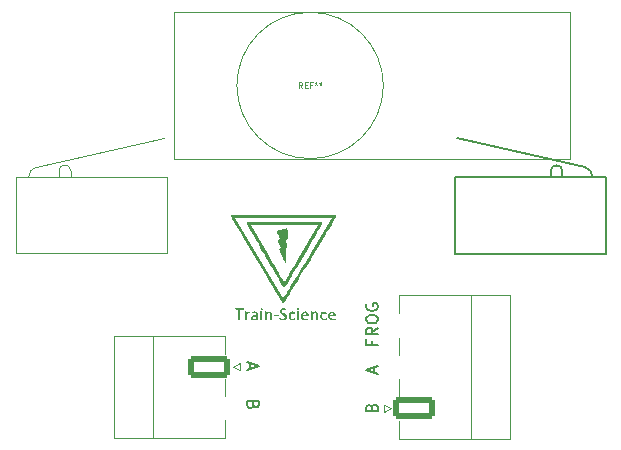
<source format=gbr>
%TF.GenerationSoftware,KiCad,Pcbnew,8.0.2*%
%TF.CreationDate,2024-09-14T16:24:21+02:00*%
%TF.ProjectId,servoFrogSwitches,73657276-6f46-4726-9f67-537769746368,rev?*%
%TF.SameCoordinates,Original*%
%TF.FileFunction,Legend,Top*%
%TF.FilePolarity,Positive*%
%FSLAX46Y46*%
G04 Gerber Fmt 4.6, Leading zero omitted, Abs format (unit mm)*
G04 Created by KiCad (PCBNEW 8.0.2) date 2024-09-14 16:24:21*
%MOMM*%
%LPD*%
G01*
G04 APERTURE LIST*
G04 Aperture macros list*
%AMRoundRect*
0 Rectangle with rounded corners*
0 $1 Rounding radius*
0 $2 $3 $4 $5 $6 $7 $8 $9 X,Y pos of 4 corners*
0 Add a 4 corners polygon primitive as box body*
4,1,4,$2,$3,$4,$5,$6,$7,$8,$9,$2,$3,0*
0 Add four circle primitives for the rounded corners*
1,1,$1+$1,$2,$3*
1,1,$1+$1,$4,$5*
1,1,$1+$1,$6,$7*
1,1,$1+$1,$8,$9*
0 Add four rect primitives between the rounded corners*
20,1,$1+$1,$2,$3,$4,$5,0*
20,1,$1+$1,$4,$5,$6,$7,0*
20,1,$1+$1,$6,$7,$8,$9,0*
20,1,$1+$1,$8,$9,$2,$3,0*%
G04 Aperture macros list end*
%ADD10C,0.150000*%
%ADD11C,0.075000*%
%ADD12C,0.120000*%
%ADD13C,0.000000*%
%ADD14RoundRect,0.250000X1.550000X-0.650000X1.550000X0.650000X-1.550000X0.650000X-1.550000X-0.650000X0*%
%ADD15O,3.600000X1.800000*%
%ADD16C,3.200000*%
%ADD17C,1.524000*%
%ADD18RoundRect,0.250000X-1.550000X0.650000X-1.550000X-0.650000X1.550000X-0.650000X1.550000X0.650000X0*%
G04 APERTURE END LIST*
D10*
X149040099Y-79250099D02*
X149040000Y-79740000D01*
X139910000Y-79740000D02*
X152710000Y-79740000D01*
X152710000Y-86240000D01*
X139910000Y-86240000D01*
X139910000Y-79740000D01*
X148039901Y-79250099D02*
G75*
G02*
X149040099Y-79250099I500099J0D01*
G01*
X150967619Y-78923830D02*
G75*
G02*
X151579998Y-79730000I-237619J-816170D01*
G01*
X148039901Y-79250099D02*
X148040000Y-79740000D01*
X150967619Y-78923829D02*
X140120000Y-76450000D01*
X132887009Y-99270887D02*
X132934628Y-99128030D01*
X132934628Y-99128030D02*
X132982247Y-99080411D01*
X132982247Y-99080411D02*
X133077485Y-99032792D01*
X133077485Y-99032792D02*
X133220342Y-99032792D01*
X133220342Y-99032792D02*
X133315580Y-99080411D01*
X133315580Y-99080411D02*
X133363200Y-99128030D01*
X133363200Y-99128030D02*
X133410819Y-99223268D01*
X133410819Y-99223268D02*
X133410819Y-99604220D01*
X133410819Y-99604220D02*
X132410819Y-99604220D01*
X132410819Y-99604220D02*
X132410819Y-99270887D01*
X132410819Y-99270887D02*
X132458438Y-99175649D01*
X132458438Y-99175649D02*
X132506057Y-99128030D01*
X132506057Y-99128030D02*
X132601295Y-99080411D01*
X132601295Y-99080411D02*
X132696533Y-99080411D01*
X132696533Y-99080411D02*
X132791771Y-99128030D01*
X132791771Y-99128030D02*
X132839390Y-99175649D01*
X132839390Y-99175649D02*
X132887009Y-99270887D01*
X132887009Y-99270887D02*
X132887009Y-99604220D01*
X133125104Y-96366124D02*
X133125104Y-95889934D01*
X133410819Y-96461362D02*
X132410819Y-96128029D01*
X132410819Y-96128029D02*
X133410819Y-95794696D01*
X132887009Y-93604219D02*
X132887009Y-93937552D01*
X133410819Y-93937552D02*
X132410819Y-93937552D01*
X132410819Y-93937552D02*
X132410819Y-93461362D01*
X133410819Y-92508981D02*
X132934628Y-92842314D01*
X133410819Y-93080409D02*
X132410819Y-93080409D01*
X132410819Y-93080409D02*
X132410819Y-92699457D01*
X132410819Y-92699457D02*
X132458438Y-92604219D01*
X132458438Y-92604219D02*
X132506057Y-92556600D01*
X132506057Y-92556600D02*
X132601295Y-92508981D01*
X132601295Y-92508981D02*
X132744152Y-92508981D01*
X132744152Y-92508981D02*
X132839390Y-92556600D01*
X132839390Y-92556600D02*
X132887009Y-92604219D01*
X132887009Y-92604219D02*
X132934628Y-92699457D01*
X132934628Y-92699457D02*
X132934628Y-93080409D01*
X132410819Y-91889933D02*
X132410819Y-91699457D01*
X132410819Y-91699457D02*
X132458438Y-91604219D01*
X132458438Y-91604219D02*
X132553676Y-91508981D01*
X132553676Y-91508981D02*
X132744152Y-91461362D01*
X132744152Y-91461362D02*
X133077485Y-91461362D01*
X133077485Y-91461362D02*
X133267961Y-91508981D01*
X133267961Y-91508981D02*
X133363200Y-91604219D01*
X133363200Y-91604219D02*
X133410819Y-91699457D01*
X133410819Y-91699457D02*
X133410819Y-91889933D01*
X133410819Y-91889933D02*
X133363200Y-91985171D01*
X133363200Y-91985171D02*
X133267961Y-92080409D01*
X133267961Y-92080409D02*
X133077485Y-92128028D01*
X133077485Y-92128028D02*
X132744152Y-92128028D01*
X132744152Y-92128028D02*
X132553676Y-92080409D01*
X132553676Y-92080409D02*
X132458438Y-91985171D01*
X132458438Y-91985171D02*
X132410819Y-91889933D01*
X132458438Y-90508981D02*
X132410819Y-90604219D01*
X132410819Y-90604219D02*
X132410819Y-90747076D01*
X132410819Y-90747076D02*
X132458438Y-90889933D01*
X132458438Y-90889933D02*
X132553676Y-90985171D01*
X132553676Y-90985171D02*
X132648914Y-91032790D01*
X132648914Y-91032790D02*
X132839390Y-91080409D01*
X132839390Y-91080409D02*
X132982247Y-91080409D01*
X132982247Y-91080409D02*
X133172723Y-91032790D01*
X133172723Y-91032790D02*
X133267961Y-90985171D01*
X133267961Y-90985171D02*
X133363200Y-90889933D01*
X133363200Y-90889933D02*
X133410819Y-90747076D01*
X133410819Y-90747076D02*
X133410819Y-90651838D01*
X133410819Y-90651838D02*
X133363200Y-90508981D01*
X133363200Y-90508981D02*
X133315580Y-90461362D01*
X133315580Y-90461362D02*
X132982247Y-90461362D01*
X132982247Y-90461362D02*
X132982247Y-90651838D01*
X122619895Y-95520047D02*
X122619895Y-95996237D01*
X122334180Y-95424809D02*
X123334180Y-95758142D01*
X123334180Y-95758142D02*
X122334180Y-96091475D01*
X122857990Y-99043857D02*
X122810371Y-99186714D01*
X122810371Y-99186714D02*
X122762752Y-99234333D01*
X122762752Y-99234333D02*
X122667514Y-99281952D01*
X122667514Y-99281952D02*
X122524657Y-99281952D01*
X122524657Y-99281952D02*
X122429419Y-99234333D01*
X122429419Y-99234333D02*
X122381800Y-99186714D01*
X122381800Y-99186714D02*
X122334180Y-99091476D01*
X122334180Y-99091476D02*
X122334180Y-98710524D01*
X122334180Y-98710524D02*
X123334180Y-98710524D01*
X123334180Y-98710524D02*
X123334180Y-99043857D01*
X123334180Y-99043857D02*
X123286561Y-99139095D01*
X123286561Y-99139095D02*
X123238942Y-99186714D01*
X123238942Y-99186714D02*
X123143704Y-99234333D01*
X123143704Y-99234333D02*
X123048466Y-99234333D01*
X123048466Y-99234333D02*
X122953228Y-99186714D01*
X122953228Y-99186714D02*
X122905609Y-99139095D01*
X122905609Y-99139095D02*
X122857990Y-99043857D01*
X122857990Y-99043857D02*
X122857990Y-98710524D01*
D11*
X127007333Y-72227409D02*
X126840667Y-71989314D01*
X126721619Y-72227409D02*
X126721619Y-71727409D01*
X126721619Y-71727409D02*
X126912095Y-71727409D01*
X126912095Y-71727409D02*
X126959714Y-71751219D01*
X126959714Y-71751219D02*
X126983524Y-71775028D01*
X126983524Y-71775028D02*
X127007333Y-71822647D01*
X127007333Y-71822647D02*
X127007333Y-71894076D01*
X127007333Y-71894076D02*
X126983524Y-71941695D01*
X126983524Y-71941695D02*
X126959714Y-71965504D01*
X126959714Y-71965504D02*
X126912095Y-71989314D01*
X126912095Y-71989314D02*
X126721619Y-71989314D01*
X127221619Y-71965504D02*
X127388286Y-71965504D01*
X127459714Y-72227409D02*
X127221619Y-72227409D01*
X127221619Y-72227409D02*
X127221619Y-71727409D01*
X127221619Y-71727409D02*
X127459714Y-71727409D01*
X127840667Y-71965504D02*
X127674000Y-71965504D01*
X127674000Y-72227409D02*
X127674000Y-71727409D01*
X127674000Y-71727409D02*
X127912095Y-71727409D01*
X128174000Y-71727409D02*
X128174000Y-71846457D01*
X128054952Y-71798838D02*
X128174000Y-71846457D01*
X128174000Y-71846457D02*
X128293047Y-71798838D01*
X128102571Y-71941695D02*
X128174000Y-71846457D01*
X128174000Y-71846457D02*
X128245428Y-71941695D01*
X128554952Y-71727409D02*
X128554952Y-71846457D01*
X128435904Y-71798838D02*
X128554952Y-71846457D01*
X128554952Y-71846457D02*
X128673999Y-71798838D01*
X128483523Y-71941695D02*
X128554952Y-71846457D01*
X128554952Y-71846457D02*
X128626380Y-71941695D01*
D12*
%TO.C,J1*%
X135190000Y-101898000D02*
X144610000Y-101898000D01*
X135190000Y-101898000D02*
X135190000Y-100388000D01*
X141300000Y-101898000D02*
X141300000Y-89778000D01*
X144610000Y-101898000D02*
X144610000Y-89778000D01*
X133900000Y-99638000D02*
X133900000Y-99038000D01*
X134500000Y-99338000D02*
X133900000Y-99638000D01*
X133900000Y-99038000D02*
X134500000Y-99338000D01*
X135190000Y-98288000D02*
X135190000Y-96888000D01*
X135190000Y-94788000D02*
X135190000Y-93388000D01*
X135190000Y-89778000D02*
X135190000Y-91288000D01*
X144610000Y-89778000D02*
X135190000Y-89778000D01*
%TO.C,REF\u002A\u002A*%
X149674000Y-65750000D02*
X116174000Y-65750000D01*
X116174000Y-78250000D01*
X149674000Y-78250000D01*
X149674000Y-65750000D01*
X133872387Y-72000000D02*
G75*
G02*
X121475613Y-72000000I-6198387J0D01*
G01*
X121475613Y-72000000D02*
G75*
G02*
X133872387Y-72000000I6198387J0D01*
G01*
%TO.C,SW502*%
X106401901Y-79230099D02*
X106402000Y-79720000D01*
X107402099Y-79230099D02*
X107402000Y-79720000D01*
X115322000Y-76430000D02*
X104474381Y-78903829D01*
X115532000Y-86220000D02*
X102732000Y-86220000D01*
X102732000Y-79720000D01*
X115532000Y-79720000D01*
X115532000Y-86220000D01*
X103862001Y-79710000D02*
G75*
G02*
X104474381Y-78903829I849999J-10000D01*
G01*
X106401901Y-79230099D02*
G75*
G02*
X107402099Y-79230099I500099J0D01*
G01*
%TO.C,J2*%
X120466000Y-93246000D02*
X111046000Y-93246000D01*
X120466000Y-93246000D02*
X120466000Y-94756000D01*
X114356000Y-93246000D02*
X114356000Y-101866000D01*
X111046000Y-93246000D02*
X111046000Y-101866000D01*
X121756000Y-95506000D02*
X121756000Y-96106000D01*
X121156000Y-95806000D02*
X121756000Y-95506000D01*
X121756000Y-96106000D02*
X121156000Y-95806000D01*
X120466000Y-96856000D02*
X120466000Y-98256000D01*
X120466000Y-101866000D02*
X120466000Y-100356000D01*
X111046000Y-101866000D02*
X120466000Y-101866000D01*
D13*
%TO.C,G\u002A\u002A\u002A*%
G36*
X123632826Y-91878200D02*
G01*
X123471863Y-91878200D01*
X123471863Y-91137769D01*
X123632826Y-91137769D01*
X123632826Y-91878200D01*
G37*
G36*
X126723321Y-91878200D02*
G01*
X126562357Y-91878200D01*
X126562357Y-91137769D01*
X126723321Y-91137769D01*
X126723321Y-91878200D01*
G37*
G36*
X123620949Y-90865565D02*
G01*
X123644930Y-90897528D01*
X123651043Y-90967248D01*
X123602503Y-91003300D01*
X123548206Y-91008999D01*
X123488960Y-90997959D01*
X123475792Y-90953786D01*
X123477672Y-90936565D01*
X123508943Y-90878361D01*
X123565189Y-90852714D01*
X123620949Y-90865565D01*
G37*
G36*
X126711443Y-90865565D02*
G01*
X126735424Y-90897528D01*
X126741537Y-90967248D01*
X126692998Y-91003300D01*
X126638700Y-91008999D01*
X126579454Y-90997959D01*
X126566286Y-90953786D01*
X126568167Y-90936565D01*
X126599438Y-90878361D01*
X126655683Y-90852714D01*
X126711443Y-90865565D01*
G37*
G36*
X124887263Y-91400600D02*
G01*
X124966717Y-91422266D01*
X125009287Y-91461014D01*
X125011155Y-91467744D01*
X125009049Y-91498166D01*
X124979547Y-91515260D01*
X124909649Y-91522672D01*
X124810219Y-91524081D01*
X124691732Y-91520841D01*
X124625621Y-91509353D01*
X124600117Y-91486965D01*
X124598606Y-91476406D01*
X124626597Y-91433919D01*
X124697303Y-91406845D01*
X124790825Y-91395599D01*
X124887263Y-91400600D01*
G37*
G36*
X121830368Y-90848660D02*
G01*
X121940278Y-90851709D01*
X122007082Y-90858945D01*
X122041418Y-90872129D01*
X122053924Y-90893024D01*
X122055387Y-90912421D01*
X122045908Y-90952657D01*
X122006549Y-90971683D01*
X121920927Y-90976782D01*
X121910520Y-90976806D01*
X121765653Y-90976806D01*
X121765653Y-91878200D01*
X121604690Y-91878200D01*
X121604690Y-90980334D01*
X121452064Y-90970522D01*
X121351474Y-90957408D01*
X121301077Y-90931105D01*
X121288740Y-90904373D01*
X121289601Y-90880588D01*
X121309665Y-90864589D01*
X121359099Y-90854863D01*
X121448072Y-90849892D01*
X121586750Y-90848161D01*
X121666714Y-90848036D01*
X121830368Y-90848660D01*
G37*
G36*
X122292940Y-91149174D02*
G01*
X122312928Y-91171095D01*
X122332634Y-91187977D01*
X122375197Y-91171095D01*
X122467524Y-91139196D01*
X122547033Y-91141074D01*
X122595621Y-91174259D01*
X122602662Y-91202155D01*
X122587127Y-91249633D01*
X122529717Y-91266013D01*
X122507909Y-91266540D01*
X122419830Y-91284752D01*
X122360305Y-91343818D01*
X122325900Y-91450385D01*
X122313180Y-91611100D01*
X122312928Y-91643919D01*
X122311849Y-91764488D01*
X122305462Y-91834440D01*
X122289037Y-91867539D01*
X122257846Y-91877549D01*
X122232446Y-91878200D01*
X122151965Y-91878200D01*
X122151965Y-91137769D01*
X122232446Y-91137769D01*
X122292940Y-91149174D01*
G37*
G36*
X128956146Y-91154371D02*
G01*
X129043105Y-91197368D01*
X129092791Y-91256548D01*
X129094178Y-91314197D01*
X129072895Y-91352981D01*
X129042199Y-91343557D01*
X129013841Y-91319211D01*
X128924501Y-91274500D01*
X128822943Y-91273442D01*
X128738538Y-91316260D01*
X128737661Y-91317129D01*
X128701357Y-91390078D01*
X128687495Y-91494878D01*
X128696074Y-91603032D01*
X128727095Y-91686043D01*
X128737661Y-91698841D01*
X128821639Y-91742246D01*
X128923161Y-91741772D01*
X129012857Y-91697642D01*
X129013841Y-91696759D01*
X129059116Y-91662129D01*
X129082547Y-91674932D01*
X129094178Y-91701773D01*
X129089623Y-91767108D01*
X129034669Y-91824764D01*
X128943265Y-91864981D01*
X128841993Y-91878200D01*
X128736930Y-91864144D01*
X128650524Y-91812169D01*
X128616435Y-91780323D01*
X128562270Y-91720957D01*
X128534760Y-91666703D01*
X128527277Y-91594215D01*
X128532787Y-91485733D01*
X128563239Y-91323108D01*
X128628926Y-91213042D01*
X128732557Y-91152527D01*
X128846264Y-91137769D01*
X128956146Y-91154371D01*
G37*
G36*
X126284156Y-91154371D02*
G01*
X126371115Y-91197368D01*
X126420801Y-91256548D01*
X126422188Y-91314197D01*
X126400905Y-91352981D01*
X126370209Y-91343557D01*
X126341851Y-91319211D01*
X126252511Y-91274500D01*
X126150954Y-91273442D01*
X126066548Y-91316260D01*
X126065671Y-91317129D01*
X126029974Y-91388454D01*
X126015171Y-91498249D01*
X126015082Y-91507985D01*
X126027932Y-91619813D01*
X126062192Y-91695116D01*
X126065671Y-91698841D01*
X126149649Y-91742246D01*
X126251171Y-91741772D01*
X126340868Y-91697642D01*
X126341851Y-91696759D01*
X126387126Y-91662129D01*
X126410558Y-91674932D01*
X126422188Y-91701773D01*
X126417633Y-91767108D01*
X126362679Y-91824764D01*
X126271275Y-91864981D01*
X126170003Y-91878200D01*
X126064940Y-91864144D01*
X125978534Y-91812169D01*
X125944446Y-91780323D01*
X125890280Y-91720957D01*
X125862770Y-91666703D01*
X125855287Y-91594215D01*
X125860798Y-91485733D01*
X125891249Y-91323108D01*
X125956936Y-91213042D01*
X126060567Y-91152527D01*
X126174274Y-91137769D01*
X126284156Y-91154371D01*
G37*
G36*
X123094680Y-91145768D02*
G01*
X123173475Y-91176130D01*
X123224703Y-91238404D01*
X123254811Y-91342138D01*
X123270250Y-91496881D01*
X123273561Y-91569661D01*
X123284512Y-91866149D01*
X123045680Y-91871021D01*
X122888945Y-91867821D01*
X122784663Y-91849617D01*
X122736948Y-91826932D01*
X122682003Y-91753657D01*
X122668200Y-91657537D01*
X122673421Y-91641434D01*
X122836629Y-91641434D01*
X122838822Y-91698977D01*
X122882789Y-91735887D01*
X122958413Y-91748708D01*
X123037093Y-91736034D01*
X123079113Y-91710799D01*
X123112337Y-91647033D01*
X123117744Y-91610009D01*
X123108887Y-91570273D01*
X123070601Y-91558870D01*
X122999800Y-91566989D01*
X122888387Y-91596669D01*
X122836629Y-91641434D01*
X122673421Y-91641434D01*
X122697590Y-91566887D01*
X122716422Y-91543690D01*
X122785085Y-91500608D01*
X122888947Y-91460717D01*
X122999152Y-91433723D01*
X123061407Y-91427683D01*
X123109270Y-91405832D01*
X123110829Y-91348663D01*
X123088221Y-91301951D01*
X123051550Y-91275964D01*
X122977753Y-91268689D01*
X122879462Y-91275480D01*
X122773069Y-91282973D01*
X122717254Y-91276184D01*
X122699425Y-91253278D01*
X122699240Y-91249250D01*
X122729277Y-91193209D01*
X122814367Y-91155257D01*
X122946977Y-91138364D01*
X122981868Y-91137769D01*
X123094680Y-91145768D01*
G37*
G36*
X125580450Y-90863771D02*
G01*
X125663476Y-90908240D01*
X125693154Y-90977335D01*
X125693156Y-90977939D01*
X125670182Y-91028914D01*
X125621334Y-91039789D01*
X125580482Y-91008999D01*
X125532611Y-90983439D01*
X125452637Y-90977888D01*
X125369134Y-90990818D01*
X125310675Y-91020703D01*
X125308126Y-91023550D01*
X125281960Y-91096183D01*
X125319034Y-91173245D01*
X125418456Y-91253443D01*
X125495972Y-91296699D01*
X125636108Y-91382305D01*
X125716714Y-91471193D01*
X125742490Y-91571135D01*
X125723825Y-91673564D01*
X125664082Y-91775535D01*
X125595495Y-91830471D01*
X125481557Y-91866535D01*
X125349005Y-91876193D01*
X125225638Y-91859597D01*
X125153044Y-91828086D01*
X125096370Y-91772052D01*
X125080688Y-91722510D01*
X125105892Y-91695068D01*
X125153929Y-91699064D01*
X125302936Y-91733359D01*
X125424991Y-91742002D01*
X125505829Y-91724264D01*
X125515788Y-91717493D01*
X125561853Y-91645370D01*
X125555341Y-91562595D01*
X125502818Y-91483964D01*
X125410849Y-91424271D01*
X125380917Y-91413566D01*
X125311908Y-91377866D01*
X125230088Y-91316568D01*
X125211905Y-91300264D01*
X125134285Y-91194707D01*
X125114297Y-91087357D01*
X125146375Y-90988715D01*
X125224950Y-90909279D01*
X125344455Y-90859551D01*
X125451711Y-90848036D01*
X125580450Y-90863771D01*
G37*
G36*
X124320257Y-91152213D02*
G01*
X124393361Y-91200519D01*
X124439865Y-91290150D01*
X124463925Y-91428568D01*
X124469835Y-91592808D01*
X124469170Y-91728722D01*
X124464826Y-91812734D01*
X124453284Y-91857328D01*
X124431024Y-91874987D01*
X124394524Y-91878194D01*
X124389354Y-91878200D01*
X124349277Y-91875415D01*
X124325359Y-91858257D01*
X124313432Y-91813522D01*
X124309326Y-91728007D01*
X124308872Y-91623292D01*
X124306499Y-91495739D01*
X124300219Y-91389366D01*
X124291288Y-91323840D01*
X124289331Y-91317462D01*
X124243275Y-91275444D01*
X124165380Y-91271399D01*
X124075851Y-91305399D01*
X124058494Y-91316654D01*
X124022217Y-91348920D01*
X124000709Y-91393461D01*
X123990230Y-91466262D01*
X123987042Y-91583304D01*
X123986946Y-91622485D01*
X123986073Y-91749664D01*
X123980689Y-91825642D01*
X123966645Y-91863601D01*
X123939791Y-91876724D01*
X123906464Y-91878200D01*
X123825982Y-91878200D01*
X123825982Y-91507985D01*
X123826370Y-91349262D01*
X123829067Y-91243962D01*
X123836379Y-91181124D01*
X123850608Y-91149787D01*
X123874057Y-91138988D01*
X123903781Y-91137769D01*
X123969250Y-91152507D01*
X123996335Y-91178010D01*
X124017832Y-91202107D01*
X124053745Y-91178010D01*
X124112795Y-91151219D01*
X124201952Y-91138050D01*
X124216396Y-91137769D01*
X124320257Y-91152213D01*
G37*
G36*
X127374086Y-91165419D02*
G01*
X127475540Y-91237669D01*
X127542702Y-91338471D01*
X127560330Y-91425027D01*
X127560330Y-91524081D01*
X127302788Y-91524081D01*
X127174253Y-91525517D01*
X127097198Y-91531892D01*
X127058746Y-91546313D01*
X127046020Y-91571882D01*
X127045247Y-91586167D01*
X127068914Y-91674960D01*
X127141552Y-91727168D01*
X127265620Y-91744072D01*
X127341189Y-91740295D01*
X127449653Y-91733706D01*
X127507504Y-91740300D01*
X127527535Y-91762067D01*
X127528137Y-91769376D01*
X127499657Y-91821331D01*
X127425454Y-91857024D01*
X127322384Y-91875338D01*
X127207304Y-91875154D01*
X127097069Y-91855354D01*
X127008536Y-91814820D01*
X126995586Y-91804705D01*
X126930456Y-91723779D01*
X126897139Y-91610586D01*
X126893087Y-91579890D01*
X126897067Y-91408000D01*
X126912373Y-91369557D01*
X127045247Y-91369557D01*
X127074363Y-91383662D01*
X127149466Y-91393017D01*
X127222307Y-91395311D01*
X127319283Y-91391076D01*
X127383595Y-91380152D01*
X127399366Y-91369557D01*
X127370550Y-91314477D01*
X127297044Y-91276712D01*
X127222307Y-91266540D01*
X127127639Y-91283306D01*
X127062731Y-91326073D01*
X127045247Y-91369557D01*
X126912373Y-91369557D01*
X126949928Y-91275233D01*
X127048716Y-91185192D01*
X127190478Y-91141482D01*
X127255377Y-91137769D01*
X127374086Y-91165419D01*
G37*
G36*
X128215567Y-91152213D02*
G01*
X128288671Y-91200519D01*
X128335175Y-91290150D01*
X128359236Y-91428568D01*
X128365146Y-91592808D01*
X128364480Y-91728722D01*
X128360137Y-91812734D01*
X128348595Y-91857328D01*
X128326334Y-91874987D01*
X128289834Y-91878194D01*
X128284664Y-91878200D01*
X128244587Y-91875415D01*
X128220670Y-91858257D01*
X128208742Y-91813522D01*
X128204637Y-91728007D01*
X128204183Y-91623292D01*
X128201810Y-91495739D01*
X128195530Y-91389366D01*
X128186599Y-91323840D01*
X128184642Y-91317462D01*
X128138586Y-91275444D01*
X128060690Y-91271399D01*
X127971162Y-91305399D01*
X127953804Y-91316654D01*
X127917528Y-91348920D01*
X127896019Y-91393461D01*
X127885541Y-91466262D01*
X127882352Y-91583304D01*
X127882256Y-91622485D01*
X127881383Y-91749664D01*
X127875999Y-91825642D01*
X127861955Y-91863601D01*
X127835101Y-91876724D01*
X127801774Y-91878200D01*
X127721293Y-91878200D01*
X127721293Y-91507985D01*
X127721680Y-91349262D01*
X127724378Y-91243962D01*
X127731689Y-91181124D01*
X127745918Y-91149787D01*
X127769368Y-91138988D01*
X127799092Y-91137769D01*
X127864561Y-91152507D01*
X127891646Y-91178010D01*
X127913142Y-91202107D01*
X127949056Y-91178010D01*
X128008105Y-91151219D01*
X128097263Y-91138050D01*
X128111707Y-91137769D01*
X128215567Y-91152213D01*
G37*
G36*
X129691957Y-91165419D02*
G01*
X129793411Y-91237669D01*
X129860573Y-91338471D01*
X129878200Y-91425027D01*
X129878200Y-91524081D01*
X129620659Y-91524081D01*
X129492123Y-91525517D01*
X129415069Y-91531892D01*
X129376617Y-91546313D01*
X129363890Y-91571882D01*
X129363118Y-91586167D01*
X129386785Y-91674960D01*
X129459423Y-91727168D01*
X129583491Y-91744072D01*
X129659060Y-91740295D01*
X129767524Y-91733706D01*
X129825375Y-91740300D01*
X129845405Y-91762067D01*
X129846008Y-91769376D01*
X129817527Y-91821331D01*
X129743324Y-91857024D01*
X129640255Y-91875338D01*
X129525174Y-91875154D01*
X129414940Y-91855354D01*
X129326407Y-91814820D01*
X129313457Y-91804705D01*
X129248327Y-91723779D01*
X129215010Y-91610586D01*
X129210957Y-91579890D01*
X129214938Y-91408000D01*
X129230244Y-91369557D01*
X129363118Y-91369557D01*
X129392233Y-91383662D01*
X129467337Y-91393017D01*
X129540178Y-91395311D01*
X129637154Y-91391076D01*
X129701466Y-91380152D01*
X129717237Y-91369557D01*
X129688421Y-91314477D01*
X129614915Y-91276712D01*
X129540178Y-91266540D01*
X129445509Y-91283306D01*
X129380602Y-91326073D01*
X129363118Y-91369557D01*
X129230244Y-91369557D01*
X129267799Y-91275233D01*
X129366587Y-91185192D01*
X129508349Y-91141482D01*
X129573248Y-91137769D01*
X129691957Y-91165419D01*
G37*
G36*
X125750482Y-84101982D02*
G01*
X125758312Y-84139569D01*
X125766207Y-84228829D01*
X125773323Y-84357056D01*
X125778815Y-84511545D01*
X125779494Y-84538178D01*
X125783147Y-84708980D01*
X125783330Y-84827007D01*
X125778420Y-84903841D01*
X125766793Y-84951066D01*
X125746824Y-84980265D01*
X125716889Y-85003021D01*
X125714047Y-85004888D01*
X125677374Y-85036286D01*
X125657846Y-85079271D01*
X125655167Y-85146164D01*
X125669042Y-85249284D01*
X125699173Y-85400954D01*
X125703990Y-85423574D01*
X125734196Y-85572393D01*
X125748081Y-85670527D01*
X125744797Y-85729791D01*
X125723496Y-85761997D01*
X125683328Y-85778961D01*
X125678383Y-85780238D01*
X125593995Y-85801418D01*
X125613104Y-86159771D01*
X125622361Y-86331671D01*
X125631820Y-86504500D01*
X125640114Y-86653403D01*
X125644094Y-86723196D01*
X125647732Y-86883598D01*
X125636399Y-86981388D01*
X125610043Y-87016590D01*
X125568612Y-86989226D01*
X125512053Y-86899317D01*
X125463719Y-86799810D01*
X125405111Y-86670417D01*
X125348181Y-86544386D01*
X125307385Y-86453739D01*
X125264041Y-86357942D01*
X125206276Y-86231375D01*
X125147588Y-86103598D01*
X125089517Y-85964145D01*
X125067138Y-85869132D01*
X125080409Y-85809444D01*
X125129288Y-85775961D01*
X125146043Y-85770882D01*
X125197913Y-85753883D01*
X125210266Y-85745752D01*
X125198024Y-85712185D01*
X125166034Y-85636197D01*
X125121399Y-85533885D01*
X125071222Y-85421347D01*
X125022607Y-85314681D01*
X124982868Y-85230418D01*
X124946083Y-85149076D01*
X124938458Y-85103801D01*
X124959006Y-85073772D01*
X124974835Y-85061407D01*
X125047824Y-85027492D01*
X125087649Y-85021166D01*
X125136620Y-85015074D01*
X125145881Y-85007939D01*
X125133211Y-84973014D01*
X125099863Y-84895260D01*
X125052832Y-84789987D01*
X124999112Y-84672502D01*
X124945696Y-84558113D01*
X124899579Y-84462127D01*
X124869514Y-84403058D01*
X124840404Y-84339893D01*
X124848230Y-84306406D01*
X124879417Y-84286145D01*
X124966670Y-84253223D01*
X125104764Y-84220750D01*
X125226363Y-84198793D01*
X125309502Y-84182490D01*
X125426650Y-84156620D01*
X125527233Y-84132861D01*
X125634416Y-84110055D01*
X125715087Y-84099110D01*
X125750482Y-84101982D01*
G37*
G36*
X128679239Y-83669075D02*
G01*
X128669077Y-83703948D01*
X128634748Y-83778125D01*
X128575339Y-83893220D01*
X128489941Y-84050845D01*
X128377641Y-84252610D01*
X128237526Y-84500128D01*
X128068687Y-84795011D01*
X127870211Y-85138872D01*
X127641187Y-85533321D01*
X127380703Y-85979970D01*
X127131778Y-86405450D01*
X126868647Y-86854404D01*
X126635907Y-87250857D01*
X126431610Y-87597982D01*
X126253807Y-87898953D01*
X126100550Y-88156942D01*
X125969891Y-88375124D01*
X125859881Y-88556670D01*
X125768572Y-88704755D01*
X125694014Y-88822552D01*
X125634261Y-88913233D01*
X125587362Y-88979973D01*
X125551371Y-89025943D01*
X125524337Y-89054318D01*
X125504314Y-89068271D01*
X125495031Y-89071019D01*
X125421172Y-89063333D01*
X125381717Y-89038827D01*
X125361233Y-89005458D01*
X125310809Y-88920294D01*
X125232738Y-88787274D01*
X125129312Y-88610339D01*
X125002827Y-88393428D01*
X124855574Y-88140482D01*
X124689847Y-87855441D01*
X124507940Y-87542244D01*
X124312145Y-87204831D01*
X124104757Y-86847143D01*
X123888068Y-86473120D01*
X123839561Y-86389354D01*
X123556618Y-85899962D01*
X123305629Y-85464245D01*
X123085657Y-85080524D01*
X122895766Y-84747123D01*
X122735019Y-84462366D01*
X122602480Y-84224575D01*
X122497213Y-84032073D01*
X122418281Y-83883184D01*
X122399736Y-83846134D01*
X122668943Y-83846134D01*
X124072197Y-86270175D01*
X124282024Y-86632056D01*
X124482778Y-86977162D01*
X124672115Y-87301526D01*
X124847692Y-87601185D01*
X125007164Y-87872174D01*
X125148186Y-88110530D01*
X125268414Y-88312287D01*
X125365504Y-88473481D01*
X125437111Y-88590149D01*
X125480891Y-88658326D01*
X125494449Y-88675218D01*
X125513203Y-88645197D01*
X125562076Y-88563637D01*
X125638687Y-88434577D01*
X125740658Y-88262061D01*
X125865609Y-88050130D01*
X126011161Y-87802826D01*
X126174935Y-87524190D01*
X126354552Y-87218265D01*
X126547632Y-86889092D01*
X126751797Y-86540713D01*
X126921346Y-86251177D01*
X128329247Y-83846134D01*
X126914623Y-83837751D01*
X126542110Y-83836016D01*
X126124153Y-83834879D01*
X125679691Y-83834341D01*
X125227663Y-83834402D01*
X124787008Y-83835062D01*
X124376666Y-83836322D01*
X124084471Y-83837751D01*
X122668943Y-83846134D01*
X122399736Y-83846134D01*
X122364747Y-83776231D01*
X122335675Y-83709537D01*
X122329360Y-83685171D01*
X122329024Y-83588593D01*
X128670976Y-83588593D01*
X128679239Y-83669075D01*
G37*
G36*
X123322764Y-82933284D02*
G01*
X123775229Y-82933786D01*
X124282674Y-82934537D01*
X124848282Y-82935499D01*
X125444856Y-82936579D01*
X129894297Y-82944740D01*
X129902412Y-83025222D01*
X129892766Y-83055908D01*
X129860546Y-83122528D01*
X129804831Y-83226643D01*
X129724701Y-83369813D01*
X129619236Y-83553600D01*
X129487517Y-83779564D01*
X129328623Y-84049265D01*
X129141634Y-84364265D01*
X128925631Y-84726125D01*
X128679692Y-85136404D01*
X128402899Y-85596665D01*
X128094331Y-86108468D01*
X127753068Y-86673373D01*
X127710681Y-86743473D01*
X127392208Y-87269951D01*
X127105234Y-87743951D01*
X126848069Y-88168170D01*
X126619028Y-88545302D01*
X126416421Y-88878044D01*
X126238561Y-89169091D01*
X126083761Y-89421141D01*
X125950332Y-89636888D01*
X125836586Y-89819029D01*
X125740836Y-89970259D01*
X125661394Y-90093274D01*
X125596573Y-90190771D01*
X125544683Y-90265444D01*
X125504038Y-90319991D01*
X125472950Y-90357107D01*
X125449730Y-90379488D01*
X125432692Y-90389830D01*
X125426952Y-90391234D01*
X125343763Y-90377194D01*
X125295146Y-90326849D01*
X125272953Y-90290521D01*
X125219652Y-90202298D01*
X125137242Y-90065508D01*
X125027720Y-89883476D01*
X124893086Y-89659531D01*
X124735338Y-89397000D01*
X124556473Y-89099208D01*
X124358491Y-88769484D01*
X124143389Y-88411155D01*
X123913166Y-88027547D01*
X123669819Y-87621988D01*
X123415348Y-87197804D01*
X123151751Y-86758324D01*
X123088192Y-86652344D01*
X122770870Y-86122996D01*
X122485307Y-85646106D01*
X122229965Y-85219024D01*
X122003308Y-84839103D01*
X121803796Y-84503693D01*
X121629893Y-84210146D01*
X121480060Y-83955812D01*
X121352761Y-83738043D01*
X121246456Y-83554190D01*
X121159609Y-83401603D01*
X121090681Y-83277634D01*
X121050279Y-83202282D01*
X121321376Y-83202282D01*
X125419120Y-90032058D01*
X125692957Y-89579549D01*
X125747331Y-89489669D01*
X125832405Y-89349010D01*
X125945566Y-89161887D01*
X126084205Y-88932620D01*
X126245710Y-88665527D01*
X126427470Y-88364926D01*
X126626875Y-88035135D01*
X126841313Y-87680472D01*
X127068173Y-87305256D01*
X127304844Y-86913804D01*
X127548716Y-86510436D01*
X127757763Y-86164660D01*
X129548733Y-83202282D01*
X127492174Y-83193997D01*
X127048356Y-83192532D01*
X126555870Y-83191474D01*
X126030432Y-83190824D01*
X125487759Y-83190581D01*
X124943567Y-83190746D01*
X124413572Y-83191318D01*
X123913490Y-83192298D01*
X123459038Y-83193685D01*
X123378495Y-83193997D01*
X121321376Y-83202282D01*
X121050279Y-83202282D01*
X121038136Y-83179635D01*
X121000434Y-83104955D01*
X120976039Y-83050947D01*
X120963412Y-83014961D01*
X120961016Y-82994349D01*
X120962288Y-82990317D01*
X120968125Y-82981638D01*
X120977995Y-82973819D01*
X120995082Y-82966821D01*
X121022570Y-82960608D01*
X121063643Y-82955140D01*
X121121486Y-82950379D01*
X121199283Y-82946288D01*
X121300218Y-82942828D01*
X121427475Y-82939961D01*
X121584238Y-82937648D01*
X121773692Y-82935852D01*
X121999020Y-82934534D01*
X122263408Y-82933657D01*
X122570038Y-82933182D01*
X122922095Y-82933070D01*
X123322764Y-82933284D01*
G37*
%TD*%
%LPC*%
D14*
%TO.C,J1*%
X136500000Y-99338000D03*
D15*
X136500000Y-95838000D03*
X136500000Y-92338000D03*
%TD*%
D16*
%TO.C,REF\u002A\u002A*%
X152000000Y-66213000D03*
%TD*%
%TO.C,REF\u002A\u002A*%
X105500000Y-66213000D03*
%TD*%
D17*
%TO.C,SW502*%
X114202000Y-88060000D03*
X104042000Y-88050000D03*
X109122000Y-88050000D03*
%TD*%
D18*
%TO.C,J2*%
X119156000Y-95806000D03*
D15*
X119156000Y-99306000D03*
%TD*%
D17*
%TO.C,SW501*%
X141273000Y-88060000D03*
X151433000Y-88050000D03*
X146353000Y-88050000D03*
%TD*%
%LPD*%
M02*

</source>
